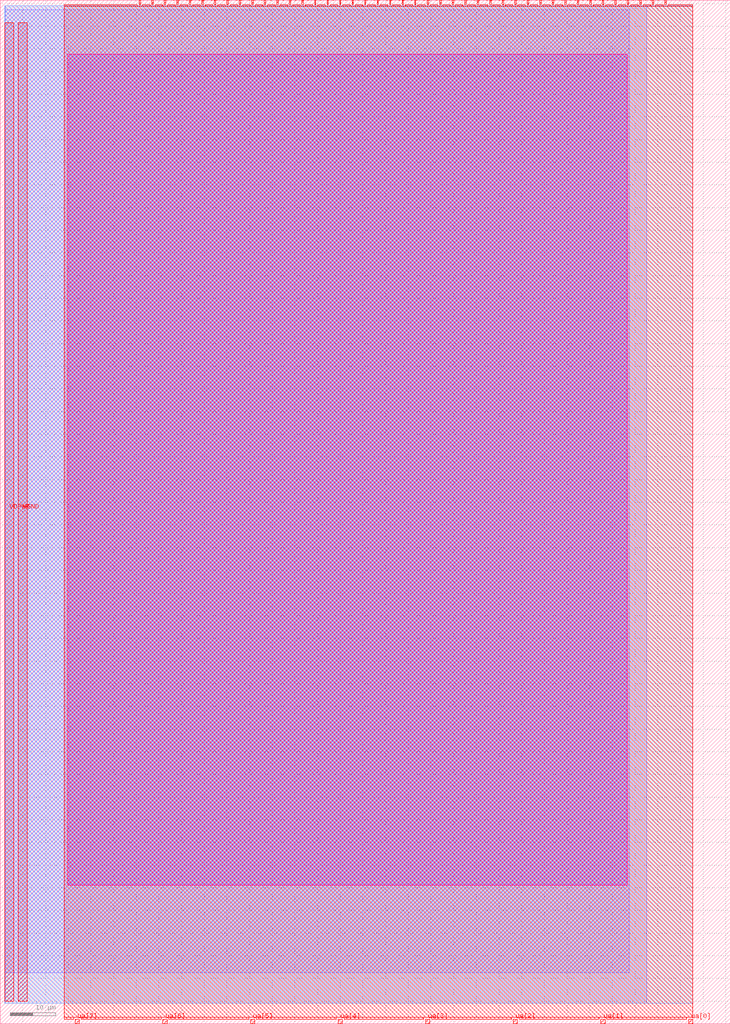
<source format=lef>
VERSION 5.7 ;
  NOWIREEXTENSIONATPIN ON ;
  DIVIDERCHAR "/" ;
  BUSBITCHARS "[]" ;
MACRO tt_um_hugodiasg_temp_sensor_clock_divider
  CLASS BLOCK ;
  FOREIGN tt_um_hugodiasg_temp_sensor_clock_divider ;
  ORIGIN 0.000 0.000 ;
  SIZE 161.000 BY 225.760 ;
  PIN clk
    DIRECTION INPUT ;
    USE SIGNAL ;
    ANTENNAGATEAREA 0.372000 ;
    PORT
      LAYER met4 ;
        RECT 143.830 224.760 144.130 225.760 ;
    END
  END clk
  PIN ena
    DIRECTION INPUT ;
    USE SIGNAL ;
    PORT
      LAYER met4 ;
        RECT 146.590 224.760 146.890 225.760 ;
    END
  END ena
  PIN rst_n
    DIRECTION INPUT ;
    USE SIGNAL ;
    ANTENNAGATEAREA 0.196500 ;
    PORT
      LAYER met4 ;
        RECT 141.070 224.760 141.370 225.760 ;
    END
  END rst_n
  PIN ua[0]
    DIRECTION INOUT ;
    USE SIGNAL ;
    PORT
      LAYER met4 ;
        RECT 151.810 0.000 152.710 1.000 ;
    END
  END ua[0]
  PIN ua[1]
    DIRECTION INOUT ;
    USE SIGNAL ;
    ANTENNAGATEAREA 30.224998 ;
    ANTENNADIFFAREA 18.850000 ;
    PORT
      LAYER met4 ;
        RECT 132.490 0.000 133.390 1.000 ;
    END
  END ua[1]
  PIN ua[2]
    DIRECTION INOUT ;
    USE SIGNAL ;
    ANTENNAGATEAREA 3.000000 ;
    ANTENNADIFFAREA 0.580000 ;
    PORT
      LAYER met4 ;
        RECT 113.170 0.000 114.070 1.000 ;
    END
  END ua[2]
  PIN ua[3]
    DIRECTION INOUT ;
    USE SIGNAL ;
    ANTENNAGATEAREA 0.225000 ;
    PORT
      LAYER met4 ;
        RECT 93.850 0.000 94.750 1.000 ;
    END
  END ua[3]
  PIN ua[4]
    DIRECTION INOUT ;
    USE SIGNAL ;
    ANTENNAGATEAREA 4.000000 ;
    ANTENNADIFFAREA 12.156000 ;
    PORT
      LAYER met4 ;
        RECT 74.530 0.000 75.430 1.000 ;
    END
  END ua[4]
  PIN ua[5]
    DIRECTION INOUT ;
    USE SIGNAL ;
    ANTENNAGATEAREA 36.000000 ;
    ANTENNADIFFAREA 5.220000 ;
    PORT
      LAYER met4 ;
        RECT 55.210 0.000 56.110 1.000 ;
    END
  END ua[5]
  PIN ua[6]
    DIRECTION INOUT ;
    USE SIGNAL ;
    PORT
      LAYER met4 ;
        RECT 35.890 0.000 36.790 1.000 ;
    END
  END ua[6]
  PIN ua[7]
    DIRECTION INOUT ;
    USE SIGNAL ;
    PORT
      LAYER met4 ;
        RECT 16.570 0.000 17.470 1.000 ;
    END
  END ua[7]
  PIN ui_in[0]
    DIRECTION INPUT ;
    USE SIGNAL ;
    ANTENNAGATEAREA 0.196500 ;
    PORT
      LAYER met4 ;
        RECT 138.310 224.760 138.610 225.760 ;
    END
  END ui_in[0]
  PIN ui_in[1]
    DIRECTION INPUT ;
    USE SIGNAL ;
    ANTENNAGATEAREA 0.196500 ;
    PORT
      LAYER met4 ;
        RECT 135.550 224.760 135.850 225.760 ;
    END
  END ui_in[1]
  PIN ui_in[2]
    DIRECTION INPUT ;
    USE SIGNAL ;
    ANTENNAGATEAREA 0.196500 ;
    PORT
      LAYER met4 ;
        RECT 132.790 224.760 133.090 225.760 ;
    END
  END ui_in[2]
  PIN ui_in[3]
    DIRECTION INPUT ;
    USE SIGNAL ;
    ANTENNAGATEAREA 0.213000 ;
    PORT
      LAYER met4 ;
        RECT 130.030 224.760 130.330 225.760 ;
    END
  END ui_in[3]
  PIN ui_in[4]
    DIRECTION INPUT ;
    USE SIGNAL ;
    ANTENNAGATEAREA 0.247500 ;
    PORT
      LAYER met4 ;
        RECT 127.270 224.760 127.570 225.760 ;
    END
  END ui_in[4]
  PIN ui_in[5]
    DIRECTION INPUT ;
    USE SIGNAL ;
    ANTENNAGATEAREA 0.196500 ;
    PORT
      LAYER met4 ;
        RECT 124.510 224.760 124.810 225.760 ;
    END
  END ui_in[5]
  PIN ui_in[6]
    DIRECTION INPUT ;
    USE SIGNAL ;
    ANTENNAGATEAREA 0.247500 ;
    PORT
      LAYER met4 ;
        RECT 121.750 224.760 122.050 225.760 ;
    END
  END ui_in[6]
  PIN ui_in[7]
    DIRECTION INPUT ;
    USE SIGNAL ;
    ANTENNAGATEAREA 0.247500 ;
    PORT
      LAYER met4 ;
        RECT 118.990 224.760 119.290 225.760 ;
    END
  END ui_in[7]
  PIN uio_in[0]
    DIRECTION INPUT ;
    USE SIGNAL ;
    PORT
      LAYER met4 ;
        RECT 116.230 224.760 116.530 225.760 ;
    END
  END uio_in[0]
  PIN uio_in[1]
    DIRECTION INPUT ;
    USE SIGNAL ;
    PORT
      LAYER met4 ;
        RECT 113.470 224.760 113.770 225.760 ;
    END
  END uio_in[1]
  PIN uio_in[2]
    DIRECTION INPUT ;
    USE SIGNAL ;
    PORT
      LAYER met4 ;
        RECT 110.710 224.760 111.010 225.760 ;
    END
  END uio_in[2]
  PIN uio_in[3]
    DIRECTION INPUT ;
    USE SIGNAL ;
    PORT
      LAYER met4 ;
        RECT 107.950 224.760 108.250 225.760 ;
    END
  END uio_in[3]
  PIN uio_in[4]
    DIRECTION INPUT ;
    USE SIGNAL ;
    PORT
      LAYER met4 ;
        RECT 105.190 224.760 105.490 225.760 ;
    END
  END uio_in[4]
  PIN uio_in[5]
    DIRECTION INPUT ;
    USE SIGNAL ;
    PORT
      LAYER met4 ;
        RECT 102.430 224.760 102.730 225.760 ;
    END
  END uio_in[5]
  PIN uio_in[6]
    DIRECTION INPUT ;
    USE SIGNAL ;
    PORT
      LAYER met4 ;
        RECT 99.670 224.760 99.970 225.760 ;
    END
  END uio_in[6]
  PIN uio_in[7]
    DIRECTION INPUT ;
    USE SIGNAL ;
    PORT
      LAYER met4 ;
        RECT 96.910 224.760 97.210 225.760 ;
    END
  END uio_in[7]
  PIN uio_oe[0]
    DIRECTION OUTPUT TRISTATE ;
    USE SIGNAL ;
    PORT
      LAYER met4 ;
        RECT 49.990 224.760 50.290 225.760 ;
    END
  END uio_oe[0]
  PIN uio_oe[1]
    DIRECTION OUTPUT TRISTATE ;
    USE SIGNAL ;
    PORT
      LAYER met4 ;
        RECT 47.230 224.760 47.530 225.760 ;
    END
  END uio_oe[1]
  PIN uio_oe[2]
    DIRECTION OUTPUT TRISTATE ;
    USE SIGNAL ;
    PORT
      LAYER met4 ;
        RECT 44.470 224.760 44.770 225.760 ;
    END
  END uio_oe[2]
  PIN uio_oe[3]
    DIRECTION OUTPUT TRISTATE ;
    USE SIGNAL ;
    PORT
      LAYER met4 ;
        RECT 41.710 224.760 42.010 225.760 ;
    END
  END uio_oe[3]
  PIN uio_oe[4]
    DIRECTION OUTPUT TRISTATE ;
    USE SIGNAL ;
    PORT
      LAYER met4 ;
        RECT 38.950 224.760 39.250 225.760 ;
    END
  END uio_oe[4]
  PIN uio_oe[5]
    DIRECTION OUTPUT TRISTATE ;
    USE SIGNAL ;
    PORT
      LAYER met4 ;
        RECT 36.190 224.760 36.490 225.760 ;
    END
  END uio_oe[5]
  PIN uio_oe[6]
    DIRECTION OUTPUT TRISTATE ;
    USE SIGNAL ;
    PORT
      LAYER met4 ;
        RECT 33.430 224.760 33.730 225.760 ;
    END
  END uio_oe[6]
  PIN uio_oe[7]
    DIRECTION OUTPUT TRISTATE ;
    USE SIGNAL ;
    PORT
      LAYER met4 ;
        RECT 30.670 224.760 30.970 225.760 ;
    END
  END uio_oe[7]
  PIN uio_out[0]
    DIRECTION OUTPUT TRISTATE ;
    USE SIGNAL ;
    PORT
      LAYER met4 ;
        RECT 72.070 224.760 72.370 225.760 ;
    END
  END uio_out[0]
  PIN uio_out[1]
    DIRECTION OUTPUT TRISTATE ;
    USE SIGNAL ;
    PORT
      LAYER met4 ;
        RECT 69.310 224.760 69.610 225.760 ;
    END
  END uio_out[1]
  PIN uio_out[2]
    DIRECTION OUTPUT TRISTATE ;
    USE SIGNAL ;
    PORT
      LAYER met4 ;
        RECT 66.550 224.760 66.850 225.760 ;
    END
  END uio_out[2]
  PIN uio_out[3]
    DIRECTION OUTPUT TRISTATE ;
    USE SIGNAL ;
    PORT
      LAYER met4 ;
        RECT 63.790 224.760 64.090 225.760 ;
    END
  END uio_out[3]
  PIN uio_out[4]
    DIRECTION OUTPUT TRISTATE ;
    USE SIGNAL ;
    PORT
      LAYER met4 ;
        RECT 61.030 224.760 61.330 225.760 ;
    END
  END uio_out[4]
  PIN uio_out[5]
    DIRECTION OUTPUT TRISTATE ;
    USE SIGNAL ;
    PORT
      LAYER met4 ;
        RECT 58.270 224.760 58.570 225.760 ;
    END
  END uio_out[5]
  PIN uio_out[6]
    DIRECTION OUTPUT TRISTATE ;
    USE SIGNAL ;
    PORT
      LAYER met4 ;
        RECT 55.510 224.760 55.810 225.760 ;
    END
  END uio_out[6]
  PIN uio_out[7]
    DIRECTION OUTPUT TRISTATE ;
    USE SIGNAL ;
    PORT
      LAYER met4 ;
        RECT 52.750 224.760 53.050 225.760 ;
    END
  END uio_out[7]
  PIN uo_out[0]
    DIRECTION OUTPUT TRISTATE ;
    USE SIGNAL ;
    ANTENNADIFFAREA 0.891000 ;
    PORT
      LAYER met4 ;
        RECT 94.150 224.760 94.450 225.760 ;
    END
  END uo_out[0]
  PIN uo_out[1]
    DIRECTION OUTPUT TRISTATE ;
    USE SIGNAL ;
    PORT
      LAYER met4 ;
        RECT 91.390 224.760 91.690 225.760 ;
    END
  END uo_out[1]
  PIN uo_out[2]
    DIRECTION OUTPUT TRISTATE ;
    USE SIGNAL ;
    PORT
      LAYER met4 ;
        RECT 88.630 224.760 88.930 225.760 ;
    END
  END uo_out[2]
  PIN uo_out[3]
    DIRECTION OUTPUT TRISTATE ;
    USE SIGNAL ;
    PORT
      LAYER met4 ;
        RECT 85.870 224.760 86.170 225.760 ;
    END
  END uo_out[3]
  PIN uo_out[4]
    DIRECTION OUTPUT TRISTATE ;
    USE SIGNAL ;
    PORT
      LAYER met4 ;
        RECT 83.110 224.760 83.410 225.760 ;
    END
  END uo_out[4]
  PIN uo_out[5]
    DIRECTION OUTPUT TRISTATE ;
    USE SIGNAL ;
    PORT
      LAYER met4 ;
        RECT 80.350 224.760 80.650 225.760 ;
    END
  END uo_out[5]
  PIN uo_out[6]
    DIRECTION OUTPUT TRISTATE ;
    USE SIGNAL ;
    PORT
      LAYER met4 ;
        RECT 77.590 224.760 77.890 225.760 ;
    END
  END uo_out[6]
  PIN uo_out[7]
    DIRECTION OUTPUT TRISTATE ;
    USE SIGNAL ;
    ANTENNADIFFAREA 0.429000 ;
    PORT
      LAYER met4 ;
        RECT 74.830 224.760 75.130 225.760 ;
    END
  END uo_out[7]
  PIN VDPWR
    DIRECTION INOUT ;
    USE POWER ;
    PORT
      LAYER met4 ;
        RECT 1.000 5.000 3.000 220.760 ;
    END
  END VDPWR
  PIN VGND
    DIRECTION INOUT ;
    USE GROUND ;
    PORT
      LAYER met4 ;
        RECT 4.000 5.000 6.000 220.760 ;
    END
  END VGND
  OBS
      LAYER nwell ;
        RECT 14.900 30.500 138.260 213.865 ;
      LAYER li1 ;
        RECT 15.215 30.715 138.070 213.865 ;
      LAYER met1 ;
        RECT 1.000 11.200 138.670 223.600 ;
      LAYER met2 ;
        RECT 1.100 4.550 142.545 224.520 ;
      LAYER met3 ;
        RECT 1.000 4.575 152.730 224.495 ;
      LAYER met4 ;
        RECT 14.095 224.360 30.270 224.760 ;
        RECT 31.370 224.360 33.030 224.760 ;
        RECT 34.130 224.360 35.790 224.760 ;
        RECT 36.890 224.360 38.550 224.760 ;
        RECT 39.650 224.360 41.310 224.760 ;
        RECT 42.410 224.360 44.070 224.760 ;
        RECT 45.170 224.360 46.830 224.760 ;
        RECT 47.930 224.360 49.590 224.760 ;
        RECT 50.690 224.360 52.350 224.760 ;
        RECT 53.450 224.360 55.110 224.760 ;
        RECT 56.210 224.360 57.870 224.760 ;
        RECT 58.970 224.360 60.630 224.760 ;
        RECT 61.730 224.360 63.390 224.760 ;
        RECT 64.490 224.360 66.150 224.760 ;
        RECT 67.250 224.360 68.910 224.760 ;
        RECT 70.010 224.360 71.670 224.760 ;
        RECT 72.770 224.360 74.430 224.760 ;
        RECT 75.530 224.360 77.190 224.760 ;
        RECT 78.290 224.360 79.950 224.760 ;
        RECT 81.050 224.360 82.710 224.760 ;
        RECT 83.810 224.360 85.470 224.760 ;
        RECT 86.570 224.360 88.230 224.760 ;
        RECT 89.330 224.360 90.990 224.760 ;
        RECT 92.090 224.360 93.750 224.760 ;
        RECT 94.850 224.360 96.510 224.760 ;
        RECT 97.610 224.360 99.270 224.760 ;
        RECT 100.370 224.360 102.030 224.760 ;
        RECT 103.130 224.360 104.790 224.760 ;
        RECT 105.890 224.360 107.550 224.760 ;
        RECT 108.650 224.360 110.310 224.760 ;
        RECT 111.410 224.360 113.070 224.760 ;
        RECT 114.170 224.360 115.830 224.760 ;
        RECT 116.930 224.360 118.590 224.760 ;
        RECT 119.690 224.360 121.350 224.760 ;
        RECT 122.450 224.360 124.110 224.760 ;
        RECT 125.210 224.360 126.870 224.760 ;
        RECT 127.970 224.360 129.630 224.760 ;
        RECT 130.730 224.360 132.390 224.760 ;
        RECT 133.490 224.360 135.150 224.760 ;
        RECT 136.250 224.360 137.910 224.760 ;
        RECT 139.010 224.360 140.670 224.760 ;
        RECT 141.770 224.360 143.430 224.760 ;
        RECT 144.530 224.360 146.190 224.760 ;
        RECT 147.290 224.360 152.710 224.760 ;
        RECT 14.095 1.400 152.710 224.360 ;
        RECT 14.095 1.000 16.170 1.400 ;
        RECT 17.870 1.000 35.490 1.400 ;
        RECT 37.190 1.000 54.810 1.400 ;
        RECT 56.510 1.000 74.130 1.400 ;
        RECT 75.830 1.000 93.450 1.400 ;
        RECT 95.150 1.000 112.770 1.400 ;
        RECT 114.470 1.000 132.090 1.400 ;
        RECT 133.790 1.000 151.410 1.400 ;
  END
END tt_um_hugodiasg_temp_sensor_clock_divider
END LIBRARY


</source>
